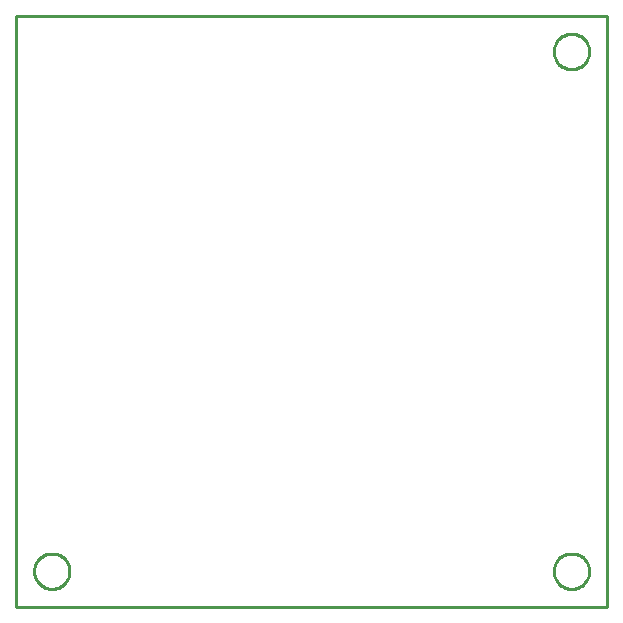
<source format=gbr>
G04 EAGLE Gerber RS-274X export*
G75*
%MOMM*%
%FSLAX34Y34*%
%LPD*%
%IN*%
%IPPOS*%
%AMOC8*
5,1,8,0,0,1.08239X$1,22.5*%
G01*
%ADD10C,0.254000*%


D10*
X0Y-50000D02*
X500000Y-50000D01*
X500000Y450000D01*
X0Y450000D01*
X0Y-50000D01*
X485000Y419464D02*
X484924Y418396D01*
X484771Y417335D01*
X484543Y416288D01*
X484241Y415260D01*
X483867Y414256D01*
X483422Y413281D01*
X482908Y412341D01*
X482329Y411440D01*
X481687Y410582D01*
X480985Y409772D01*
X480228Y409015D01*
X479418Y408313D01*
X478560Y407671D01*
X477659Y407092D01*
X476719Y406578D01*
X475744Y406133D01*
X474740Y405759D01*
X473712Y405457D01*
X472665Y405229D01*
X471604Y405076D01*
X470536Y405000D01*
X469464Y405000D01*
X468396Y405076D01*
X467335Y405229D01*
X466288Y405457D01*
X465260Y405759D01*
X464256Y406133D01*
X463281Y406578D01*
X462341Y407092D01*
X461440Y407671D01*
X460582Y408313D01*
X459772Y409015D01*
X459015Y409772D01*
X458313Y410582D01*
X457671Y411440D01*
X457092Y412341D01*
X456578Y413281D01*
X456133Y414256D01*
X455759Y415260D01*
X455457Y416288D01*
X455229Y417335D01*
X455076Y418396D01*
X455000Y419464D01*
X455000Y420536D01*
X455076Y421604D01*
X455229Y422665D01*
X455457Y423712D01*
X455759Y424740D01*
X456133Y425744D01*
X456578Y426719D01*
X457092Y427659D01*
X457671Y428560D01*
X458313Y429418D01*
X459015Y430228D01*
X459772Y430985D01*
X460582Y431687D01*
X461440Y432329D01*
X462341Y432908D01*
X463281Y433422D01*
X464256Y433867D01*
X465260Y434241D01*
X466288Y434543D01*
X467335Y434771D01*
X468396Y434924D01*
X469464Y435000D01*
X470536Y435000D01*
X471604Y434924D01*
X472665Y434771D01*
X473712Y434543D01*
X474740Y434241D01*
X475744Y433867D01*
X476719Y433422D01*
X477659Y432908D01*
X478560Y432329D01*
X479418Y431687D01*
X480228Y430985D01*
X480985Y430228D01*
X481687Y429418D01*
X482329Y428560D01*
X482908Y427659D01*
X483422Y426719D01*
X483867Y425744D01*
X484241Y424740D01*
X484543Y423712D01*
X484771Y422665D01*
X484924Y421604D01*
X485000Y420536D01*
X485000Y419464D01*
X45000Y-20536D02*
X44924Y-21604D01*
X44771Y-22665D01*
X44543Y-23712D01*
X44241Y-24740D01*
X43867Y-25744D01*
X43422Y-26719D01*
X42908Y-27659D01*
X42329Y-28560D01*
X41687Y-29418D01*
X40985Y-30228D01*
X40228Y-30985D01*
X39418Y-31687D01*
X38560Y-32329D01*
X37659Y-32908D01*
X36719Y-33422D01*
X35744Y-33867D01*
X34740Y-34241D01*
X33712Y-34543D01*
X32665Y-34771D01*
X31604Y-34924D01*
X30536Y-35000D01*
X29464Y-35000D01*
X28396Y-34924D01*
X27335Y-34771D01*
X26288Y-34543D01*
X25260Y-34241D01*
X24256Y-33867D01*
X23281Y-33422D01*
X22341Y-32908D01*
X21440Y-32329D01*
X20582Y-31687D01*
X19772Y-30985D01*
X19015Y-30228D01*
X18313Y-29418D01*
X17671Y-28560D01*
X17092Y-27659D01*
X16578Y-26719D01*
X16133Y-25744D01*
X15759Y-24740D01*
X15457Y-23712D01*
X15229Y-22665D01*
X15076Y-21604D01*
X15000Y-20536D01*
X15000Y-19464D01*
X15076Y-18396D01*
X15229Y-17335D01*
X15457Y-16288D01*
X15759Y-15260D01*
X16133Y-14256D01*
X16578Y-13281D01*
X17092Y-12341D01*
X17671Y-11440D01*
X18313Y-10582D01*
X19015Y-9772D01*
X19772Y-9015D01*
X20582Y-8313D01*
X21440Y-7671D01*
X22341Y-7092D01*
X23281Y-6578D01*
X24256Y-6133D01*
X25260Y-5759D01*
X26288Y-5457D01*
X27335Y-5229D01*
X28396Y-5076D01*
X29464Y-5000D01*
X30536Y-5000D01*
X31604Y-5076D01*
X32665Y-5229D01*
X33712Y-5457D01*
X34740Y-5759D01*
X35744Y-6133D01*
X36719Y-6578D01*
X37659Y-7092D01*
X38560Y-7671D01*
X39418Y-8313D01*
X40228Y-9015D01*
X40985Y-9772D01*
X41687Y-10582D01*
X42329Y-11440D01*
X42908Y-12341D01*
X43422Y-13281D01*
X43867Y-14256D01*
X44241Y-15260D01*
X44543Y-16288D01*
X44771Y-17335D01*
X44924Y-18396D01*
X45000Y-19464D01*
X45000Y-20536D01*
X485000Y-20536D02*
X484924Y-21604D01*
X484771Y-22665D01*
X484543Y-23712D01*
X484241Y-24740D01*
X483867Y-25744D01*
X483422Y-26719D01*
X482908Y-27659D01*
X482329Y-28560D01*
X481687Y-29418D01*
X480985Y-30228D01*
X480228Y-30985D01*
X479418Y-31687D01*
X478560Y-32329D01*
X477659Y-32908D01*
X476719Y-33422D01*
X475744Y-33867D01*
X474740Y-34241D01*
X473712Y-34543D01*
X472665Y-34771D01*
X471604Y-34924D01*
X470536Y-35000D01*
X469464Y-35000D01*
X468396Y-34924D01*
X467335Y-34771D01*
X466288Y-34543D01*
X465260Y-34241D01*
X464256Y-33867D01*
X463281Y-33422D01*
X462341Y-32908D01*
X461440Y-32329D01*
X460582Y-31687D01*
X459772Y-30985D01*
X459015Y-30228D01*
X458313Y-29418D01*
X457671Y-28560D01*
X457092Y-27659D01*
X456578Y-26719D01*
X456133Y-25744D01*
X455759Y-24740D01*
X455457Y-23712D01*
X455229Y-22665D01*
X455076Y-21604D01*
X455000Y-20536D01*
X455000Y-19464D01*
X455076Y-18396D01*
X455229Y-17335D01*
X455457Y-16288D01*
X455759Y-15260D01*
X456133Y-14256D01*
X456578Y-13281D01*
X457092Y-12341D01*
X457671Y-11440D01*
X458313Y-10582D01*
X459015Y-9772D01*
X459772Y-9015D01*
X460582Y-8313D01*
X461440Y-7671D01*
X462341Y-7092D01*
X463281Y-6578D01*
X464256Y-6133D01*
X465260Y-5759D01*
X466288Y-5457D01*
X467335Y-5229D01*
X468396Y-5076D01*
X469464Y-5000D01*
X470536Y-5000D01*
X471604Y-5076D01*
X472665Y-5229D01*
X473712Y-5457D01*
X474740Y-5759D01*
X475744Y-6133D01*
X476719Y-6578D01*
X477659Y-7092D01*
X478560Y-7671D01*
X479418Y-8313D01*
X480228Y-9015D01*
X480985Y-9772D01*
X481687Y-10582D01*
X482329Y-11440D01*
X482908Y-12341D01*
X483422Y-13281D01*
X483867Y-14256D01*
X484241Y-15260D01*
X484543Y-16288D01*
X484771Y-17335D01*
X484924Y-18396D01*
X485000Y-19464D01*
X485000Y-20536D01*
M02*

</source>
